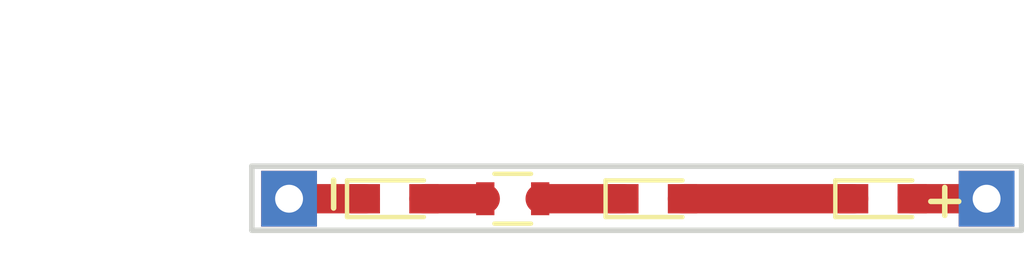
<source format=kicad_pcb>
(kicad_pcb (version 20211014) (generator pcbnew)
  (layers (0 "F.Cu" signal) (31 "B.Cu" signal) (34 "B.Paste" user) (35 "F.Paste" user) (36 "B.SilkS" user "B.Silkscreen") (37 "F.SilkS" user "F.Silkscreen") (38 "B.Mask" user) (39 "F.Mask" user) (44 "Edge.Cuts" user))
  (net 0 "")
  (net 1 "Net-(D101-Pad2)")
  (net 2 "Net-(D101-Pad1)")
  (net 3 "Net-(D102-Pad2)")
  (net 4 "Net-(D103-Pad2)")
  (net 5 "Net-(D102-Pad1)")
  (footprint "LEDs:LED_0603" (layer "F.Cu") (at 29.299 26.289)
    (fp_text reference "D101" hide)
    (fp_text value "LIGHT")
    (fp_line (start -1.3 0.5) (end 0.8 0.5) (layer "F.SilkS") (width 0.12))
    (fp_line (start -1.3 -0.5) (end 0.8 -0.5) (layer "F.SilkS") (width 0.12))
    (fp_line (start -1.3 -0.5) (end -1.3 0.5) (layer "F.SilkS") (width 0.12))
    (pad "1" smd rect locked (at -0.8 0 180) (size 0.8 0.8) (layers "F.Cu" "F.Paste" "F.Mask") (net 2 "Net-(D101-Pad1)"))
    (pad "2" smd rect locked (at 0.8 0 180) (size 0.8 0.8) (layers "F.Cu" "F.Paste" "F.Mask") (net 1 "Net-(D101-Pad2)"))
  )
  (footprint "LEDs:LED_0603" (layer "F.Cu") (at 36.36 26.289)
    (fp_text reference "D102" hide)
    (fp_text value "LIGHT")
    (fp_line (start -1.3 0.5) (end 0.8 0.5) (layer "F.SilkS") (width 0.12))
    (fp_line (start -1.3 -0.5) (end 0.8 -0.5) (layer "F.SilkS") (width 0.12))
    (fp_line (start -1.3 -0.5) (end -1.3 0.5) (layer "F.SilkS") (width 0.12))
    (pad "1" smd rect locked (at -0.8 0 180) (size 0.8 0.8) (layers "F.Cu" "F.Paste" "F.Mask") (net 5 "Net-(D102-Pad1)"))
    (pad "2" smd rect locked (at 0.8 0 180) (size 0.8 0.8) (layers "F.Cu" "F.Paste" "F.Mask") (net 3 "Net-(D102-Pad2)"))
  )
  (footprint "LEDs:LED_0603" (layer "F.Cu") (at 42.634 26.289)
    (fp_text reference "D103" hide)
    (fp_text value "LIGHT")
    (fp_line (start -1.3 -0.5) (end -1.3 0.5) (layer "F.SilkS") (width 0.12))
    (fp_line (start -1.3 0.5) (end 0.8 0.5) (layer "F.SilkS") (width 0.12))
    (fp_line (start -1.3 -0.5) (end 0.8 -0.5) (layer "F.SilkS") (width 0.12))
    (pad "1" smd rect locked (at -0.8 0 180) (size 0.8 0.8) (layers "F.Cu" "F.Paste" "F.Mask") (net 3 "Net-(D102-Pad2)"))
    (pad "2" smd rect locked (at 0.8 0 180) (size 0.8 0.8) (layers "F.Cu" "F.Paste" "F.Mask") (net 4 "Net-(D103-Pad2)"))
  )
  (footprint "SmallPads:SmallPad" (layer "F.Cu") (at 26.416 26.289)
    (fp_text reference "J101" hide)
    (fp_text value "-" (at 1.143 -0.127 90) (layer "F.SilkS"))
    (pad "1" thru_hole rect locked (at 0 0) (size 1.524 1.524) (drill 0.762) (layers *.Cu *.Mask) (net 2 "Net-(D101-Pad1)"))
  )
  (footprint "SmallPads:SmallPad" (layer "F.Cu") (at 45.466 26.289)
    (fp_text reference "J102" hide)
    (fp_text value "+" (at -1.143 0) (layer "F.SilkS"))
    (pad "1" thru_hole rect locked (at 0 0) (size 1.524 1.524) (drill 0.762) (layers *.Cu *.Mask) (net 4 "Net-(D103-Pad2)"))
  )
  (footprint "Resistors_SMD:R_0603" (layer "F.Cu") (at 32.524 26.289 180)
    (fp_text reference "R101" hide)
    (fp_text value "150")
    (fp_line (start 0.5 0.68) (end -0.5 0.68) (layer "F.SilkS") (width 0.12))
    (fp_line (start -0.5 -0.68) (end 0.5 -0.68) (layer "F.SilkS") (width 0.12))
    (pad "1" smd rect locked (at -0.75 0 180) (size 0.5 0.9) (layers "F.Cu" "F.Paste" "F.Mask") (net 5 "Net-(D102-Pad1)"))
    (pad "2" smd rect locked (at 0.75 0 180) (size 0.5 0.9) (layers "F.Cu" "F.Paste" "F.Mask") (net 1 "Net-(D101-Pad2)"))
  )
  (gr_line (start 25.4 25.4) (end 46.42 25.4) (layer "Edge.Cuts") (width 0.15))
  (gr_line (start 46.420684 27.151711) (end 25.4 27.151711) (layer "Edge.Cuts") (width 0.15))
  (gr_line (start 25.4 25.4) (end 25.4 27.151711) (layer "Edge.Cuts") (width 0.15))
  (gr_line (start 46.420684 25.4) (end 46.420684 27.151711) (layer "Edge.Cuts") (width 0.15))
  (segment (start 30.099 26.289) (end 31.774 26.289) (width 0.8) (layer "F.Cu") (net 1))
  (segment (start 26.416 26.289) (end 28.499 26.289) (width 0.8) (layer "F.Cu") (net 2))
  (segment (start 37.16 26.289) (end 41.834 26.289) (width 0.8) (layer "F.Cu") (net 3))
  (segment (start 43.434 26.289) (end 45.466 26.289) (width 0.8) (layer "F.Cu") (net 4))
  (segment (start 33.274 26.289) (end 35.56 26.289) (width 0.8) (layer "F.Cu") (net 5))
)
</source>
